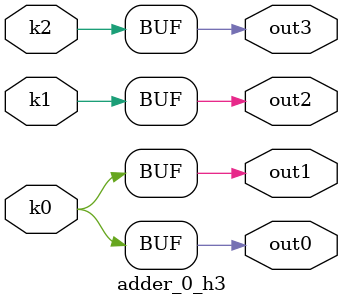
<source format=v>
module adder_0(pi0, pi1, pi2, pi3, pi4, pi5, pi6, po0, po1, po2, po3);
input pi0, pi1, pi2, pi3, pi4, pi5, pi6;
output po0, po1, po2, po3;
wire k0, k1, k2;
adder_0_w3 DUT1 (pi0, pi1, pi2, pi3, pi4, pi5, pi6, k0, k1, k2);
adder_0_h3 DUT2 (k0, k1, k2, po0, po1, po2, po3);
endmodule

module adder_0_w3(in0, in1, in2, in3, in4, in5, in6, k0, k1, k2);
input in0, in1, in2, in3, in4, in5, in6;
output k0, k1, k2;
assign k0 =   ((~in4 ^ in1) & ((((in6 & (in3 | ~in0)) | (in3 & ~in0)) & (in5 | in2)) | (in5 & in2))) | (((~in3 & in0) | (~in6 & (~in3 | in0))) & (~in5 | ~in2) & (in4 ^ in1)) | (~in5 & ~in2 & (in4 ^ in1));
assign k1 =   ((~in5 ^ in2) & ((in6 & (in3 | ~in0)) | (in3 & ~in0))) | (((~in3 & in0) | (~in6 & (~in3 | in0))) & (in5 ^ in2));
assign k2 =   in6 ? (in3 ^ in0) : (~in3 ^ in0);
endmodule

module adder_0_h3(k0, k1, k2, out0, out1, out2, out3);
input k0, k1, k2;
output out0, out1, out2, out3;
assign out0 = k0;
assign out1 = k0;
assign out2 = k1;
assign out3 = k2;
endmodule

</source>
